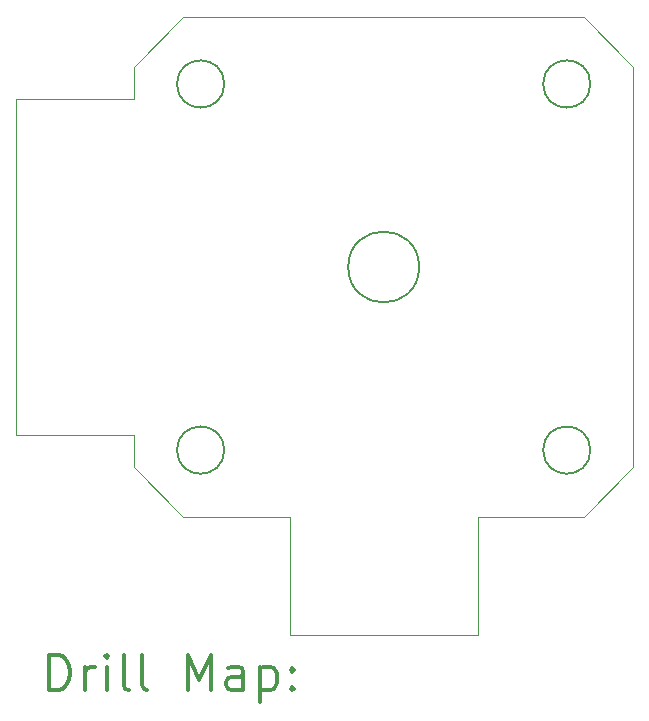
<source format=gbr>
%FSLAX45Y45*%
G04 Gerber Fmt 4.5, Leading zero omitted, Abs format (unit mm)*
G04 Created by KiCad (PCBNEW (5.1.12)-1) date 2022-08-25 20:44:23*
%MOMM*%
%LPD*%
G01*
G04 APERTURE LIST*
%TA.AperFunction,Profile*%
%ADD10C,0.050000*%
%TD*%
%TA.AperFunction,Profile*%
%ADD11C,0.150000*%
%TD*%
%ADD12C,0.200000*%
%ADD13C,0.300000*%
G04 APERTURE END LIST*
D10*
X6885000Y-8580000D02*
X6885000Y-11420000D01*
X7885000Y-8580000D02*
X6885000Y-8580000D01*
X7885000Y-8304000D02*
X7885000Y-8580000D01*
X7885000Y-11696000D02*
X7885000Y-11420000D01*
X7885000Y-11420000D02*
X6885000Y-11420000D01*
X10796000Y-12115000D02*
X10796000Y-13115000D01*
X9204000Y-12115000D02*
X9204000Y-13115000D01*
X9204000Y-13115000D02*
X10796000Y-13115000D01*
X11696000Y-12115000D02*
X10796000Y-12115000D01*
X8304000Y-12115000D02*
X9204000Y-12115000D01*
X7885000Y-11696000D02*
X8304000Y-12115000D01*
X11696000Y-12115000D02*
X12115000Y-11696000D01*
X11696000Y-7885000D02*
X12115000Y-8304000D01*
X7885000Y-8304000D02*
X8304000Y-7885000D01*
X12115000Y-10000000D02*
X12115000Y-11696000D01*
X12115000Y-10000000D02*
X12115000Y-8304000D01*
X10000000Y-7885000D02*
X8304000Y-7885000D01*
X10000000Y-7885000D02*
X11696000Y-7885000D01*
D11*
X11750000Y-8450000D02*
G75*
G03*
X11750000Y-8450000I-200000J0D01*
G01*
X8650000Y-8450000D02*
G75*
G03*
X8650000Y-8450000I-200000J0D01*
G01*
X8650000Y-11550000D02*
G75*
G03*
X8650000Y-11550000I-200000J0D01*
G01*
X11750000Y-11550000D02*
G75*
G03*
X11750000Y-11550000I-200000J0D01*
G01*
X10300000Y-10000000D02*
G75*
G03*
X10300000Y-10000000I-300000J0D01*
G01*
D12*
D13*
X7168928Y-13583214D02*
X7168928Y-13283214D01*
X7240357Y-13283214D01*
X7283214Y-13297500D01*
X7311786Y-13326071D01*
X7326071Y-13354643D01*
X7340357Y-13411786D01*
X7340357Y-13454643D01*
X7326071Y-13511786D01*
X7311786Y-13540357D01*
X7283214Y-13568929D01*
X7240357Y-13583214D01*
X7168928Y-13583214D01*
X7468928Y-13583214D02*
X7468928Y-13383214D01*
X7468928Y-13440357D02*
X7483214Y-13411786D01*
X7497500Y-13397500D01*
X7526071Y-13383214D01*
X7554643Y-13383214D01*
X7654643Y-13583214D02*
X7654643Y-13383214D01*
X7654643Y-13283214D02*
X7640357Y-13297500D01*
X7654643Y-13311786D01*
X7668928Y-13297500D01*
X7654643Y-13283214D01*
X7654643Y-13311786D01*
X7840357Y-13583214D02*
X7811786Y-13568929D01*
X7797500Y-13540357D01*
X7797500Y-13283214D01*
X7997500Y-13583214D02*
X7968928Y-13568929D01*
X7954643Y-13540357D01*
X7954643Y-13283214D01*
X8340357Y-13583214D02*
X8340357Y-13283214D01*
X8440357Y-13497500D01*
X8540357Y-13283214D01*
X8540357Y-13583214D01*
X8811786Y-13583214D02*
X8811786Y-13426071D01*
X8797500Y-13397500D01*
X8768928Y-13383214D01*
X8711786Y-13383214D01*
X8683214Y-13397500D01*
X8811786Y-13568929D02*
X8783214Y-13583214D01*
X8711786Y-13583214D01*
X8683214Y-13568929D01*
X8668928Y-13540357D01*
X8668928Y-13511786D01*
X8683214Y-13483214D01*
X8711786Y-13468929D01*
X8783214Y-13468929D01*
X8811786Y-13454643D01*
X8954643Y-13383214D02*
X8954643Y-13683214D01*
X8954643Y-13397500D02*
X8983214Y-13383214D01*
X9040357Y-13383214D01*
X9068928Y-13397500D01*
X9083214Y-13411786D01*
X9097500Y-13440357D01*
X9097500Y-13526071D01*
X9083214Y-13554643D01*
X9068928Y-13568929D01*
X9040357Y-13583214D01*
X8983214Y-13583214D01*
X8954643Y-13568929D01*
X9226071Y-13554643D02*
X9240357Y-13568929D01*
X9226071Y-13583214D01*
X9211786Y-13568929D01*
X9226071Y-13554643D01*
X9226071Y-13583214D01*
X9226071Y-13397500D02*
X9240357Y-13411786D01*
X9226071Y-13426071D01*
X9211786Y-13411786D01*
X9226071Y-13397500D01*
X9226071Y-13426071D01*
M02*

</source>
